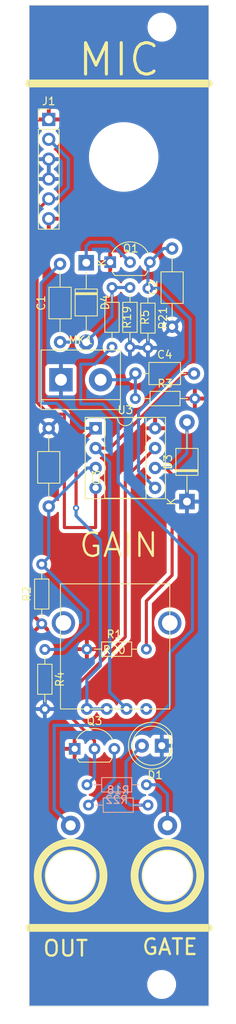
<source format=kicad_pcb>
(kicad_pcb (version 20221018) (generator pcbnew)
  (layers (0 "F.Cu" signal) (31 "B.Cu" signal) (34 "B.Paste" user) (35 "F.Paste" user) (36 "B.SilkS" user "B.Silkscreen") (37 "F.SilkS" user "F.Silkscreen") (38 "B.Mask" user) (39 "F.Mask" user) (44 "Edge.Cuts" user))
  (net 0 "")
  (net 1 "Net-(D4-A)")
  (net 2 "Net-(R1-A)")
  (net 3 "GND")
  (net 4 "Net-(Q1-E)")
  (net 5 "Net-(U3A-+)")
  (net 6 "Net-(MK1-+)")
  (net 7 "Net-(R1-E)")
  (net 8 "Net-(D1-A)")
  (net 9 "Net-(D3-A)")
  (net 10 "Net-(D4-K)")
  (net 11 "+12V")
  (net 12 "Net-(Q3-B)")
  (net 13 "Net-(Q3-E)")
  (net 14 "Net-(R19-Pad2)")
  (net 15 "Net-(R22-Pad2)")
  (net 16 "-12V")
  (footprint "LED_THT:LED_D5.0mm" (layer "F.Cu") (at 171.475 124.9 180)
    (fp_text reference "D1" (at 0.85 -3.76) (layer "F.SilkS"))
    (fp_text value "LED")
    (fp_line (start -1.29 -1.545) (end -1.29 1.545) (stroke (width 0.12)) (layer "F.SilkS"))
    (fp_arc (start -1.29 -1.54483) (mid 2.072002 -2.880433) (end 4.26 0.000462) (stroke (width 0.12)) (layer "F.SilkS"))
    (fp_arc (start 4.26 -0.000462) (mid 2.072002 2.880433) (end -1.29 1.54483) (stroke (width 0.12)) (layer "F.SilkS"))
    (fp_circle (center 1.27 0) (end 3.77 0) (stroke (width 0.12)) (fill none) (layer "F.SilkS"))
    (pad "1" thru_hole rect (at 0 0 180) (size 1.8 1.8) (drill 0.9) (layers "*.Cu" "*.Mask") (net 3 "GND"))
    (pad "2" thru_hole circle (at 2.54 0 180) (size 1.8 1.8) (drill 0.9) (layers "*.Cu" "*.Mask") (net 8 "Net-(D1-A)"))
  )
  (footprint "Diode_THT:D_T-1_P10.16mm_Horizontal" (layer "F.Cu") (at 174.7 93.68 90)
    (fp_text reference "D3" (at 5.08 -2.42 90) (layer "F.SilkS"))
    (fp_text value "D")
    (fp_text user "K" (at 0 -2 90) (layer "F.SilkS"))
    (fp_line (start 1.24 0) (end 3.36 0) (stroke (width 0.12)) (layer "F.SilkS"))
    (fp_line (start 3.36 -1.42) (end 3.36 1.42) (stroke (width 0.12)) (layer "F.SilkS"))
    (fp_line (start 3.36 1.42) (end 6.8 1.42) (stroke (width 0.12)) (layer "F.SilkS"))
    (fp_line (start 3.84 -1.42) (end 3.84 1.42) (stroke (width 0.12)) (layer "F.SilkS"))
    (fp_line (start 3.96 -1.42) (end 3.96 1.42) (stroke (width 0.12)) (layer "F.SilkS"))
    (fp_line (start 4.08 -1.42) (end 4.08 1.42) (stroke (width 0.12)) (layer "F.SilkS"))
    (fp_line (start 6.8 -1.42) (end 3.36 -1.42) (stroke (width 0.12)) (layer "F.SilkS"))
    (fp_line (start 6.8 1.42) (end 6.8 -1.42) (stroke (width 0.12)) (layer "F.SilkS"))
    (fp_line (start 8.92 0) (end 6.8 0) (stroke (width 0.12)) (layer "F.SilkS"))
    (pad "1" thru_hole rect (at 0 0 90) (size 2 2) (drill 1) (layers "*.Cu" "*.Mask") (net 3 "GND"))
    (pad "2" thru_hole oval (at 10.16 0 90) (size 2 2) (drill 1) (layers "*.Cu" "*.Mask") (net 9 "Net-(D3-A)"))
  )
  (footprint "Capacitor_THT:C_Axial_L3.8mm_D2.6mm_P7.50mm_Horizontal" (layer "F.Cu") (at 168.1 77.3)
    (fp_text reference "C4" (at 3.75 -2.42) (layer "F.SilkS"))
    (fp_text value "C")
    (fp_line (start 1.04 0) (end 1.73 0) (stroke (width 0.12)) (layer "F.SilkS"))
    (fp_line (start 1.73 -1.42) (end 1.73 1.42) (stroke (width 0.12)) (layer "F.SilkS"))
    (fp_line (start 1.73 1.42) (end 5.77 1.42) (stroke (width 0.12)) (layer "F.SilkS"))
    (fp_line (start 5.77 -1.42) (end 1.73 -1.42) (stroke (width 0.12)) (layer "F.SilkS"))
    (fp_line (start 5.77 1.42) (end 5.77 -1.42) (stroke (width 0.12)) (layer "F.SilkS"))
    (fp_line (start 6.46 0) (end 5.77 0) (stroke (width 0.12)) (layer "F.SilkS"))
    (pad "1" thru_hole circle (at 0 0) (size 1.6 1.6) (drill 0.8) (layers "*.Cu" "*.Mask") (net 6 "Net-(MK1-+)"))
    (pad "2" thru_hole oval (at 7.5 0) (size 1.6 1.6) (drill 0.8) (layers "*.Cu" "*.Mask") (net 7 "Net-(R1-E)"))
  )
  (footprint "Resistor_THT:R_Axial_DIN0204_L3.6mm_D1.6mm_P7.62mm_Horizontal" (layer "F.Cu") (at 165.1 66.3 -90)
    (fp_text reference "R19" (at 3.81 -1.92 90) (layer "F.SilkS"))
    (fp_text value "R")
    (fp_line (start 0.94 0) (end 1.89 0) (stroke (width 0.12)) (layer "F.SilkS"))
    (fp_line (start 1.89 -0.92) (end 1.89 0.92) (stroke (width 0.12)) (layer "F.SilkS"))
    (fp_line (start 1.89 0.92) (end 5.73 0.92) (stroke (width 0.12)) (layer "F.SilkS"))
    (fp_line (start 5.73 -0.92) (end 1.89 -0.92) (stroke (width 0.12)) (layer "F.SilkS"))
    (fp_line (start 5.73 0.92) (end 5.73 -0.92) (stroke (width 0.12)) (layer "F.SilkS"))
    (fp_line (start 6.68 0) (end 5.73 0) (stroke (width 0.12)) (layer "F.SilkS"))
    (pad "1" thru_hole circle (at 0 0 270) (size 1.4 1.4) (drill 0.7) (layers "*.Cu" "*.Mask") (net 1 "Net-(D4-A)"))
    (pad "2" thru_hole oval (at 7.62 0 270) (size 1.4 1.4) (drill 0.7) (layers "*.Cu" "*.Mask") (net 14 "Net-(R19-Pad2)"))
  )
  (footprint "Resistor_THT:R_Axial_DIN0204_L3.6mm_D1.6mm_P7.62mm_Horizontal" (layer "F.Cu") (at 168.09 80.5)
    (fp_text reference "R3" (at 3.81 -1.92) (layer "F.SilkS"))
    (fp_text value "R")
    (fp_line (start 0.94 0) (end 1.89 0) (stroke (width 0.12)) (layer "F.SilkS"))
    (fp_line (start 1.89 -0.92) (end 1.89 0.92) (stroke (width 0.12)) (layer "F.SilkS"))
    (fp_line (start 1.89 0.92) (end 5.73 0.92) (stroke (width 0.12)) (layer "F.SilkS"))
    (fp_line (start 5.73 -0.92) (end 1.89 -0.92) (stroke (width 0.12)) (layer "F.SilkS"))
    (fp_line (start 5.73 0.92) (end 5.73 -0.92) (stroke (width 0.12)) (layer "F.SilkS"))
    (fp_line (start 6.68 0) (end 5.73 0) (stroke (width 0.12)) (layer "F.SilkS"))
    (pad "1" thru_hole circle (at 0 0) (size 1.4 1.4) (drill 0.7) (layers "*.Cu" "*.Mask") (net 6 "Net-(MK1-+)"))
    (pad "2" thru_hole oval (at 7.62 0) (size 1.4 1.4) (drill 0.7) (layers "*.Cu" "*.Mask") (net 11 "+12V"))
  )
  (footprint "Library:aux_flush" (layer "F.Cu") (at 172.2 141.5 -90)
    (fp_text reference "U2" hide)
    (fp_text value "Aux_flush")
    (fp_circle (center 0 0) (end 3.2 0.1) (stroke (width 0.12)) (fill none) (layer "F.SilkS"))
    (fp_circle (center 0 0) (end 4.2 0.3) (stroke (width 1)) (fill none) (layer "F.SilkS"))
    (pad "" np_thru_hole circle (at 0 0 270) (size 6.1 6.1) (drill 6.1) (layers "F&B.Cu" "*.Mask"))
    (pad "1" thru_hole circle (at -6.4 0 270) (size 2.5 2.5) (drill 1.3) (layers "*.Cu" "*.Mask") (net 15 "Net-(R22-Pad2)"))
  )
  (footprint "Package_TO_SOT_THT:TO-92L_Inline_Wide" (layer "F.Cu") (at 160.32 125.3)
    (fp_text reference "Q3" (at 2.54 -3.56) (layer "F.SilkS"))
    (fp_text value "BC547")
    (fp_line (start 0.6 1.7) (end 4.45 1.7) (stroke (width 0.12)) (layer "F.SilkS"))
    (fp_arc (start 0.1836 -1.098807) (mid 1.143021 -2.192817) (end 2.54 -2.6) (stroke (width 0.12)) (layer "F.SilkS"))
    (fp_arc (start 0.6 1.7) (mid 0.389183 1.423933) (end 0.217369 1.122045) (stroke (width 0.12)) (layer "F.SilkS"))
    (fp_arc (start 2.54 -2.6) (mid 3.936979 -2.192818) (end 4.8964 -1.098807) (stroke (width 0.12)) (layer "F.SilkS"))
    (fp_arc (start 4.842383 1.112264) (mid 4.666594 1.419753) (end 4.45 1.7) (stroke (width 0.12)) (layer "F.SilkS"))
    (pad "1" thru_hole rect (at 0 0) (size 1.5 1.5) (drill 0.8) (layers "*.Cu" "*.Mask") (net 11 "+12V"))
    (pad "2" thru_hole circle (at 2.54 0) (size 1.5 1.5) (drill 0.8) (layers "*.Cu" "*.Mask") (net 12 "Net-(Q3-B)"))
    (pad "3" thru_hole circle (at 5.08 0) (size 1.5 1.5) (drill 0.8) (layers "*.Cu" "*.Mask") (net 13 "Net-(Q3-E)"))
  )
  (footprint "Package_DIP:DIP-8_W7.62mm_Socket" (layer "F.Cu") (at 163 84.3)
    (fp_text reference "U3" (at 3.81 -2.33) (layer "F.SilkS"))
    (fp_text value "TL072")
    (fp_line (start -1.33 -1.39) (end -1.33 9.01) (stroke (width 0.12)) (layer "F.SilkS"))
    (fp_line (start -1.33 9.01) (end 8.95 9.01) (stroke (width 0.12)) (layer "F.SilkS"))
    (fp_line (start 1.16 -1.33) (end 1.16 8.95) (stroke (width 0.12)) (layer "F.SilkS"))
    (fp_line (start 1.16 8.95) (end 6.46 8.95) (stroke (width 0.12)) (layer "F.SilkS"))
    (fp_line (start 2.81 -1.33) (end 1.16 -1.33) (stroke (width 0.12)) (layer "F.SilkS"))
    (fp_line (start 6.46 -1.33) (end 4.81 -1.33) (stroke (width 0.12)) (layer "F.SilkS"))
    (fp_line (start 6.46 8.95) (end 6.46 -1.33) (stroke (width 0.12)) (layer "F.SilkS"))
    (fp_line (start 8.95 -1.39) (end -1.33 -1.39) (stroke (width 0.12)) (layer "F.SilkS"))
    (fp_line (start 8.95 9.01) (end 8.95 -1.39) (stroke (width 0.12)) (layer "F.SilkS"))
    (fp_arc (start 4.81 -1.33) (mid 3.81 -0.33) (end 2.81 -1.33) (stroke (width 0.12)) (layer "F.SilkS"))
    (pad "1" thru_hole rect (at 0 0) (size 1.6 1.6) (drill 0.8) (layers "*.Cu" "*.Mask") (net 2 "Net-(R1-A)"))
    (pad "2" thru_hole oval (at 0 2.54) (size 1.6 1.6) (drill 0.8) (layers "*.Cu" "*.Mask") (net 7 "Net-(R1-E)"))
    (pad "3" thru_hole oval (at 0 5.08) (size 1.6 1.6) (drill 0.8) (layers "*.Cu" "*.Mask") (net 5 "Net-(U3A-+)"))
    (pad "4" thru_hole oval (at 0 7.62) (size 1.6 1.6) (drill 0.8) (layers "*.Cu" "*.Mask") (net 16 "-12V"))
    (pad "5" thru_hole oval (at 7.62 7.62) (size 1.6 1.6) (drill 0.8) (layers "*.Cu" "*.Mask") (net 4 "Net-(Q1-E)"))
    (pad "6" thru_hole oval (at 7.62 5.08) (size 1.6 1.6) (drill 0.8) (layers "*.Cu" "*.Mask") (net 9 "Net-(D3-A)"))
    (pad "7" thru_hole oval (at 7.62 2.54) (size 1.6 1.6) (drill 0.8) (layers "*.Cu" "*.Mask") (net 12 "Net-(Q3-B)"))
    (pad "8" thru_hole oval (at 7.62 0) (size 1.6 1.6) (drill 0.8) (layers "*.Cu" "*.Mask") (net 11 "+12V"))
  )
  (footprint "Library:AlpsPot" (layer "F.Cu") (at 161.88 120.2)
    (fp_text reference "R1" (at 3.51 -9.549 unlocked) (layer "F.SilkS"))
    (fp_text value "AlpsPot")
    (fp_rect (start -3.38 -16) (end 10.62 0) (stroke (width 0.12)) (fill none) (layer "F.SilkS"))
    (pad "1" thru_hole circle (at 0 0) (size 1.524 1.524) (drill 0.762) (layers "*.Cu" "*.Mask") (net 2 "Net-(R1-A)"))
    (pad "2" thru_hole circle (at 2.54 0) (size 1.524 1.524) (drill 0.762) (layers "*.Cu" "*.Mask") (net 2 "Net-(R1-A)"))
    (pad "3" thru_hole circle (at 5.08 0) (size 1.524 1.524) (drill 0.762) (layers "*.Cu" "*.Mask") (net 7 "Net-(R1-E)"))
    (pad "4" thru_hole circle (at 7.62 0) (size 1.524 1.524) (drill 0.762) (layers "*.Cu" "*.Mask"))
    (pad "5" thru_hole circle (at -3 -11) (size 3 3) (drill 2) (layers "*.Cu" "*.Mask"))
    (pad "6" thru_hole circle (at 10.62 -11) (size 3 3) (drill 2) (layers "*.Cu" "*.Mask"))
  )
  (footprint "Resistor_THT:R_Axial_DIN0204_L3.6mm_D1.6mm_P7.62mm_Horizontal" (layer "F.Cu") (at 156.1 109.31 90)
    (fp_text reference "R2" (at 3.81 -1.92 90) (layer "F.SilkS"))
    (fp_text value "R")
    (fp_line (start 0.94 0) (end 1.89 0) (stroke (width 0.12)) (layer "F.SilkS"))
    (fp_line (start 1.89 -0.92) (end 1.89 0.92) (stroke (width 0.12)) (layer "F.SilkS"))
    (fp_line (start 1.89 0.92) (end 5.73 0.92) (stroke (width 0.12)) (layer "F.SilkS"))
    (fp_line (start 5.73 -0.92) (end 1.89 -0.92) (stroke (width 0.12)) (layer "F.SilkS"))
    (fp_line (start 5.73 0.92) (end 5.73 -0.92) (stroke (width 0.12)) (layer "F.SilkS"))
    (fp_line (start 6.68 0) (end 5.73 0) (stroke (width 0.12)) (layer "F.SilkS"))
    (pad "1" thru_hole circle (at 0 0 90) (size 1.4 1.4) (drill 0.7) (layers "*.Cu" "*.Mask") (net 11 "+12V"))
    (pad "2" thru_hole oval (at 7.62 0 90) (size 1.4 1.4) (drill 0.7) (layers "*.Cu" "*.Mask") (net 5 "Net-(U3A-+)"))
  )
  (footprint "MountingHole:MountingHole_8.4mm_M8" (layer "F.Cu") (at 166.6 49.6)
    (fp_text reference "REF**" hide)
    (fp_text value "MountingHole_8.4mm_M8")
    (pad "" np_thru_hole circle (at 0 0) (size 8.4 8.4) (drill 8.4) (layers "*.Cu" "*.Mask"))
  )
  (footprint "Capacitor_THT:C_Axial_L3.8mm_D2.6mm_P10.00mm_Horizontal" (layer "F.Cu") (at 172.8 71.31 90)
    (fp_text reference "C2" (at 5 -2.42 90) (layer "F.SilkS"))
    (fp_text value "C")
    (fp_line (start 1.04 0) (end 2.98 0) (stroke (width 0.12)) (layer "F.SilkS"))
    (fp_line (start 2.98 -1.42) (end 2.98 1.42) (stroke (width 0.12)) (layer "F.SilkS"))
    (fp_line (start 2.98 1.42) (end 7.02 1.42) (stroke (width 0.12)) (layer "F.SilkS"))
    (fp_line (start 7.02 -1.42) (end 2.98 -1.42) (stroke (width 0.12)) (layer "F.SilkS"))
    (fp_line (start 7.02 1.42) (end 7.02 -1.42) (stroke (width 0.12)) (layer "F.SilkS"))
    (fp_line (start 8.96 0) (end 7.02 0) (stroke (width 0.12)) (layer "F.SilkS"))
    (pad "1" thru_hole circle (at 0 0 90) (size 1.6 1.6) (drill 0.8) (layers "*.Cu" "*.Mask") (net 3 "GND"))
    (pad "2" thru_hole oval (at 10 0 90) (size 1.6 1.6) (drill 0.8) (layers "*.Cu" "*.Mask") (net 4 "Net-(Q1-E)"))
  )
  (footprint "Package_TO_SOT_THT:TO-92L_Inline_Wide" (layer "F.Cu") (at 164.87 63.06)
    (fp_text reference "Q1" (at 2.63 -1.76) (layer "F.SilkS"))
    (fp_text value "BC547")
    (fp_line (start 0.6 1.7) (end 4.45 1.7) (stroke (width 0.12)) (layer "F.SilkS"))
    (fp_arc (start 0.1836 -1.098807) (mid 1.143021 -2.192817) (end 2.54 -2.6) (stroke (width 0.12)) (layer "F.SilkS"))
    (fp_arc (start 0.6 1.7) (mid 0.389183 1.423933) (end 0.217369 1.122045) (stroke (width 0.12)) (layer "F.SilkS"))
    (fp_arc (start 2.54 -2.6) (mid 3.936979 -2.192818) (end 4.8964 -1.098807) (stroke (width 0.12)) (layer "F.SilkS"))
    (fp_arc (start 4.842383 1.112264) (mid 4.666594 1.419753) (end 4.45 1.7) (stroke (width 0.12)) (layer "F.SilkS"))
    (pad "1" thru_hole rect (at 0 0) (size 1.5 1.5) (drill 0.8) (layers "*.Cu" "*.Mask") (net 11 "+12V"))
    (pad "2" thru_hole circle (at 2.54 0) (size 1.5 1.5) (drill 0.8) (layers "*.Cu" "*.Mask") (net 10 "Net-(D4-K)"))
    (pad "3" thru_hole circle (at 5.08 0) (size 1.5 1.5) (drill 0.8) (layers "*.Cu" "*.Mask") (net 4 "Net-(Q1-E)"))
  )
  (footprint "Resistor_THT:R_Axial_DIN0204_L3.6mm_D1.6mm_P7.62mm_Horizontal" (layer "F.Cu") (at 167.4 66.3 -90)
    (fp_text reference "R5" (at 3.81 -1.92 90) (layer "F.SilkS"))
    (fp_text value "R")
    (fp_line (start 0.94 0) (end 1.89 0) (stroke (width 0.12)) (layer "F.SilkS"))
    (fp_line (start 1.89 -0.92) (end 1.89 0.92) (stroke (width 0.12)) (layer "F.SilkS"))
    (fp_line (start 1.89 0.92) (end 5.73 0.92) (stroke (width 0.12)) (layer "F.SilkS"))
    (fp_line (start 5.73 -0.92) (end 1.89 -0.92) (stroke (width 0.12)) (layer "F.SilkS"))
    (fp_line (start 5.73 0.92) (end 5.73 -0.92) (stroke (width 0.12)) (layer "F.SilkS"))
    (fp_line (start 6.68 0) (end 5.73 0) (stroke (width 0.12)) (layer "F.SilkS"))
    (pad "1" thru_hole circle (at 0 0 270) (size 1.4 1.4) (drill 0.7) (layers "*.Cu" "*.Mask") (net 1 "Net-(D4-A)"))
    (pad "2" thru_hole oval (at 7.62 0 270) (size 1.4 1.4) (drill 0.7) (layers "*.Cu" "*.Mask") (net 3 "GND"))
  )
  (footprint "Resistor_THT:R_Axial_DIN0204_L3.6mm_D1.6mm_P7.62mm_Horizontal" (layer "F.Cu") (at 156.5 112.59 -90)
    (fp_text reference "R4" (at 3.81 -1.92 90) (layer "F.SilkS"))
    (fp_text value "R")
    (fp_line (start 0.94 0) (end 1.89 0) (stroke (width 0.12)) (layer "F.SilkS"))
    (fp_line (start 1.89 -0.92) (end 1.89 0.92) (stroke (width 0.12)) (layer "F.SilkS"))
    (fp_line (start 1.89 0.92) (end 5.73 0.92) (stroke (width 0.12)) (layer "F.SilkS"))
    (fp_line (start 5.73 -0.92) (end 1.89 -0.92) (stroke (width 0.12)) (layer "F.SilkS"))
    (fp_line (start 5.73 0.92) (end 5.73 -0.92) (stroke (width 0.12)) (layer "F.SilkS"))
    (fp_line (start 6.68 0) (end 5.73 0) (stroke (width 0.12)) (layer "F.SilkS"))
    (pad "1" thru_hole circle (at 0 0 270) (size 1.4 1.4) (drill 0.7) (layers "*.Cu" "*.Mask") (net 5 "Net-(U3A-+)"))
    (pad "2" thru_hole oval (at 7.62 0 270) (size 1.4 1.4) (drill 0.7) (layers "*.Cu" "*.Mask") (net 3 "GND"))
  )
  (footprint "TerminalBlock:TerminalBlock_bornier-2_P5.08mm" (layer "F.Cu") (at 158.56 78.1)
    (fp_text reference "MK1" (at 2.54 -5.08) (layer "F.SilkS"))
    (fp_text value "Microphone")
    (fp_line (start -2.54 -3.81) (end -2.54 3.81) (stroke (width 0.12)) (layer "F.SilkS"))
    (fp_line (start -2.54 3.81) (end 7.62 3.81) (stroke (width 0.12)) (layer "F.SilkS"))
    (fp_line (start 7.62 -3.81) (end -2.54 -3.81) (stroke (width 0.12)) (layer "F.SilkS"))
    (fp_line (start 7.62 2.54) (end -2.54 2.54) (stroke (width 0.12)) (layer "F.SilkS"))
    (fp_line (start 7.62 3.81) (end 7.62 -3.81) (stroke (width 0.12)) (layer "F.SilkS"))
    (pad "1" thru_hole rect (at 0 0) (size 3 3) (drill 1.52) (layers "*.Cu" "*.Mask") (net 3 "GND"))
    (pad "2" thru_hole circle (at 5.08 0) (size 3 3) (drill 1.52) (layers "*.Cu" "*.Mask") (net 6 "Net-(MK1-+)"))
  )
  (footprint "Diode_THT:D_T-1_P10.16mm_Horizontal" (layer "F.Cu") (at 161.8 63.13 -90)
    (fp_text reference "D4" (at 5.08 -2.42 90) (layer "F.SilkS"))
    (fp_text value "D")
    (fp_text user "K" (at 0 -2 90) (layer "F.SilkS"))
    (fp_line (start 1.24 0) (end 3.36 0) (stroke (width 0.12)) (layer "F.SilkS"))
    (fp_line (start 3.36 -1.42) (end 3.36 1.42) (stroke (width 0.12)) (layer "F.SilkS"))
    (fp_line (start 3.36 1.42) (end 6.8 1.42) (stroke (width 0.12)) (layer "F.SilkS"))
    (fp_line (start 3.84 -1.42) (end 3.84 1.42) (stroke (width 0.12)) (layer "F.SilkS"))
    (fp_line (start 3.96 -1.42) (end 3.96 1.42) (stroke (width 0.12)) (layer "F.SilkS"))
    (fp_line (start 4.08 -1.42) (end 4.08 1.42) (stroke (width 0.12)) (layer "F.SilkS"))
    (fp_line (start 6.8 -1.42) (end 3.36 -1.42) (stroke (width 0.12)) (layer "F.SilkS"))
    (fp_line (start 6.8 1.42) (end 6.8 -1.42) (stroke (width 0.12)) (layer "F.SilkS"))
    (fp_line (start 8.92 0) (end 6.8 0) (stroke (width 0.12)) (layer "F.SilkS"))
    (pad "1" thru_hole rect (at 0 0 270) (size 2 2) (drill 1) (layers "*.Cu" "*.Mask") (net 10 "Net-(D4-K)"))
    (pad "2" thru_hole oval (at 10.16 0 270) (size 2 2) (drill 1) (layers "*.Cu" "*.Mask") (net 1 "Net-(D4-A)"))
  )
  (footprint "Library:aux_flush" (layer "F.Cu") (at 159.8 141.5 -90)
    (fp_text reference "U1" hide)
    (fp_text value "Aux_flush")
    (fp_circle (center 0 0) (end 3.2 0.1) (stroke (width 0.12)) (fill none) (layer "F.SilkS"))
    (fp_circle (center 0 0) (end 4.2 0.3) (stroke (width 1)) (fill none) (layer "F.SilkS"))
    (pad "" np_thru_hole circle (at 0 0 270) (size 6.1 6.1) (drill 6.1) (layers "F&B.Cu" "*.Mask"))
    (pad "1" thru_hole circle (at -6.4 0 270) (size 2.5 2.5) (drill 1.3) (layers "*.Cu" "*.Mask") (net 14 "Net-(R19-Pad2)"))
  )
  (footprint "Resistor_THT:R_Axial_DIN0204_L3.6mm_D1.6mm_P7.62mm_Horizontal" (layer "F.Cu") (at 169.5 112.551 180)
    (fp_text reference "R20" (at 4.11 -0.1) (layer "F.SilkS"))
    (fp_text value "R")
    (fp_line (start 0.94 0) (end 1.89 0) (stroke (width 0.12)) (layer "F.SilkS"))
    (fp_line (start 1.89 -0.92) (end 1.89 0.92) (stroke (width 0.12)) (layer "F.SilkS"))
    (fp_line (start 1.89 0.92) (end 5.73 0.92) (stroke (width 0.12)) (layer "F.SilkS"))
    (fp_line (start 5.73 -0.92) (end 1.89 -0.92) (stroke (width 0.12)) (layer "F.SilkS"))
    (fp_line (start 5.73 0.92) (end 5.73 -0.92) (stroke (width 0.12)) (layer "F.SilkS"))
    (fp_line (start 6.68 0) (end 5.73 0) (stroke (width 0.12)) (layer "F.SilkS"))
    (pad "1" thru_hole circle (at 0 0 180) (size 1.4 1.4) (drill 0.7) (layers "*.Cu" "*.Mask") (net 9 "Net-(D3-A)"))
    (pad "2" thru_hole oval (at 7.62 0 180) (size 1.4 1.4) (drill 0.7) (layers "*.Cu" "*.Mask") (net 11 "+12V"))
  )
  (footprint "MountingHole:MountingHole_3.2mm_M3" (layer "F.Cu") (at 171.46 155.44)
    (fp_text reference "REF**" hide)
    (fp_text value "MountingHole_3.2mm_M3")
    (pad "" np_thru_hole circle (at 0 0) (size 3.2 3.2) (drill 3.2) (layers "F&B.Cu" "*.Mask"))
  )
  (footprint "Capacitor_THT:C_Axial_L3.8mm_D2.6mm_P10.00mm_Horizontal" (layer "F.Cu") (at 158.45 73.28 90)
    (fp_text reference "C1" (at 5 -2.42 90) (layer "F.SilkS"))
    (fp_text value "C")
    (fp_line (start 1.04 0) (end 2.98 0) (stroke (width 0.12)) (layer "F.SilkS"))
    (fp_line (start 2.98 -1.42) (end 2.98 1.42) (stroke (width 0.12)) (layer "F.SilkS"))
    (fp_line (start 2.98 1.42) (end 7.02 1.42) (stroke (width 0.12)) (layer "F.SilkS"))
    (fp_line (start 7.02 -1.42) (end 2.98 -1.42) (stroke (width 0.12)) (layer "F.SilkS"))
    (fp_line (start 7.02 1.42) (end 7.02 -1.42) (stroke (width 0.12)) (layer "F.SilkS"))
    (fp_line (start 8.96 0) (end 7.02 0) (stroke (width 0.12)) (layer "F.SilkS"))
    (pad "1" thru_hole circle (at 0 0 90) (size 1.6 1.6) (drill 0.8) (layers "*.Cu" "*.Mask") (net 1 "Net-(D4-A)"))
    (pad "2" thru_hole oval (at 10 0 90) (size 1.6 1.6) (drill 0.8) (layers "*.Cu" "*.Mask") (net 2 "Net-(R1-A)"))
  )
  (footprint "Capacitor_THT:C_Axial_L3.8mm_D2.6mm_P10.00mm_Horizontal" (layer "F.Cu") (at 157 84.3 -90)
    (fp_text reference "C3" (at 6.3 -6.12 90) (layer "F.SilkS"))
    (fp_text value "C")
    (fp_line (start 1.04 0) (end 2.98 0) (stroke (width 0.12)) (layer "F.SilkS"))
    (fp_line (start 2.98 -1.42) (end 2.98 1.42) (stroke (width 0.12)) (layer "F.SilkS"))
    (fp_line (start 2.98 1.42) (end 7.02 1.42) (stroke (width 0.12)) (layer "F.SilkS"))
    (fp_line (start 7.02 -1.42) (end 2.98 -1.42) (stroke (width 0.12)) (layer "F.SilkS"))
    (fp_line (start 7.02 1.42) (end 7.02 -1.42) (stroke (width 0.12)) (layer "F.SilkS"))
    (fp_line (start 8.96 0) (end 7.02 0) (stroke (width 0.12)) (layer "F.SilkS"))
    (pad "1" thru_hole circle (at 0 0 270) (size 1.6 1.6) (drill 0.8) (layers "*.Cu" "*.Mask") (net 3 "GND"))
    (pad "2" thru_hole oval (at 10 0 270) (size 1.6 1.6) (drill 0.8) (layers "*.Cu" "*.Mask") (net 5 "Net-(U3A-+)"))
  )
  (footprint "Resistor_THT:R_Axial_DIN0204_L3.6mm_D1.6mm_P7.62mm_Horizontal" (layer "F.Cu") (at 169.7 66.4 -90)
    (fp_text reference "R21" (at 3.81 -1.92 90) (layer "F.SilkS"))
    (fp_text value "R")
    (fp_line (start 0.94 0) (end 1.89 0) (stroke (width 0.12)) (layer "F.SilkS"))
    (fp_line (start 1.89 -0.92) (end 1.89 0.92) (stroke (width 0.12)) (layer "F.SilkS"))
    (fp_line (start 1.89 0.92) (end 5.73 0.92) (stroke (width 0.12)) (layer "F.SilkS"))
    (fp_line (start 5.73 -0.92) (end 1.89 -0.92) (stroke (width 0.12)) (layer "F.SilkS"))
    (fp_line (start 5.73 0.92) (end 5.73 -0.92) (stroke (width 0.12)) (layer "F.SilkS"))
    (fp_line (start 6.68 0) (end 5.73 0) (stroke (width 0.12)) (layer "F.SilkS"))
    (pad "1" thru_hole circle (at 0 0 270) (size 1.4 1.4) (drill 0.7) (layers "*.Cu" "*.Mask") (net 4 "Net-(Q1-E)"))
    (pad "2" thru_hole oval (at 7.62 0 270) (size 1.4 1.4) (drill 0.7) (layers "*.Cu" "*.Mask") (net 3 "GND"))
  )
  (footprint "Connector_PinHeader_2.54mm:PinHeader_1x06_P2.54mm_Vertical" (layer "F.Cu") (at 157 44.8)
    (fp_text reference "J1" (at 0 -2.33) (layer "F.SilkS"))
    (fp_text value "Conn_01x06_Pin")
    (fp_line (start -1.33 -1.33) (end 0 -1.33) (stroke (width 0.12)) (layer "F.SilkS"))
    (fp_line (start -1.33 0) (end -1.33 -1.33) (stroke (width 0.12)) (layer "F.SilkS"))
    (fp_line (start -1.33 1.27) (end -1.33 14.03) (stroke (width 0.12)) (layer "F.SilkS"))
    (fp_line (start -1.33 1.27) (end 1.33 1.27) (stroke (width 0.12)) (layer "F.SilkS"))
    (fp_line (start -1.33 14.03) (end 1.33 14.03) (stroke (width 0.12)) (layer "F.SilkS"))
    (fp_line (start 1.33 1.27) (end 1.33 14.03) (stroke (width 0.12)) (layer "F.SilkS"))
    (pad "1" thru_hole rect (at 0 0) (size 1.7 1.7) (drill 1) (layers "*.Cu" "*.Mask") (net 11 "+12V"))
    (pad "2" thru_hole oval (at 0 2.54) (size 1.7 1.7) (drill 1) (layers "*.Cu" "*.Mask") (net 16 "-12V"))
    (pad "3" thru_hole oval (at 0 5.08) (size 1.7 1.7) (drill 1) (layers "*.Cu" "*.Mask") (net 3 "GND"))
    (pad "4" thru_hole oval (at 0 7.62) (size 1.7 1.7) (drill 1) (layers "*.Cu" "*.Mask") (net 3 "GND"))
    (pad "5" thru_hole oval (at 0 10.16) (size 1.7 1.7) (drill 1) (layers "*.Cu" "*.Mask") (net 16 "-12V"))
    (pad "6" thru_hole oval (at 0 12.7) (size 1.7 1.7) (drill 1) (layers "*.Cu" "*.Mask") (net 11 "+12V"))
  )
  (footprint "MountingHole:MountingHole_3.2mm_M3" (layer "F.Cu") (at 171.5 33)
    (fp_text reference "REF**" hide)
    (fp_text value "MountingHole_3.2mm_M3")
    (pad "" np_thru_hole circle (at 0 0) (size 3.2 3.2) (drill 3.2) (layers "*.Cu" "*.Mask"))
  )
  (footprint "Resistor_THT:R_Axial_DIN0204_L3.6mm_D1.6mm_P7.62mm_Horizontal" (layer "B.Cu") (at 161.89 129.9)
    (fp_text reference "R22" (at 3.81 1.92) (layer "B.SilkS") (effects (justify mirror)))
    (fp_text value "R")
    (fp_line (start 0.94 0) (end 1.89 0) (stroke (width 0.12)) (layer "B.SilkS"))
    (fp_line (start 1.89 -0.92) (end 5.73 -0.92) (stroke (width 0.12)) (layer "B.SilkS"))
    (fp_line (start 1.89 0.92) (end 1.89 -0.92) (stroke (width 0.12)) (layer "B.SilkS"))
    (fp_line (start 5.73 -0.92) (end 5.73 0.92) (stroke (width 0.12)) (layer "B.SilkS"))
    (fp_line (start 5.73 0.92) (end 1.89 0.92) (stroke (width 0.12)) (layer "B.SilkS"))
    (fp_line (start 6.68 0) (end 5.73 0) (stroke (width 0.12)) (layer "B.SilkS"))
    (pad "1" thru_hole circle (at 0 0) (size 1.4 1.4) (drill 0.7) (layers "*.Cu" "*.Mask") (net 12 "Net-(Q3-B)"))
    (pad "2" thru_hole oval (at 7.62 0) (size 1.4 1.4) (drill 0.7) (layers "*.Cu" "*.Mask") (net 15 "Net-(R22-Pad2)"))
  )
  (footprint "Resistor_THT:R_Axial_DIN0204_L3.6mm_D1.6mm_P7.62mm_Horizontal" (layer "B.Cu") (at 169.71 132.5 180)
    (fp_text reference "R18" (at 3.81 1.92) (layer "B.SilkS") (effects (justify mirror)))
    (fp_text value "R")
    (fp_line (start 0.94 0) (end 1.89 0) (stroke (width 0.12)) (layer "B.SilkS"))
    (fp_line (start 1.89 -0.92) (end 5.73 -0.92) (stroke (width 0.12)) (layer "B.SilkS"))
    (fp_line (start 1.89 0.92) (end 1.89 -0.92) (stroke (width 0.12)) (layer "B.SilkS"))
    (fp_line (start 5.73 -0.92) (end 5.73 0.92) (stroke (width 0.12)) (layer "B.SilkS"))
    (fp_line (start 5.73 0.92) (end 1.89 0.92) (stroke (width 0.12)) (layer "B.SilkS"))
    (fp_line (start 6.68 0) (end 5.73 0) (stroke (width 0.12)) (layer "B.SilkS"))
    (pad "1" thru_hole circle (at 0 0 180) (size 1.4 1.4) (drill 0.7) (layers "*.Cu" "*.Mask") (net 8 "Net-(D1-A)"))
    (pad "2" thru_hole oval (at 7.62 0 180) (size 1.4 1.4) (drill 0.7) (layers "*.Cu" "*.Mask") (net 13 "Net-(Q3-E)"))
  )
  (gr_line (start 177.5 148.2) (end 154.5 148.2) (stroke (width 1)) (layer "F.SilkS"))
  (gr_line (start 154.5 40.2) (end 177.5 40.2) (stroke (width 1)) (layer "F.SilkS"))
  (gr_rect (start 154.5 30.2) (end 177.5 158.2) (stroke (width 0.1)) (fill none) (layer "Edge.Cuts"))
  (gr_text "OUT" (at 156.1 152) (layer "F.SilkS") (effects (font (size 2 2) (thickness 0.3) bold) (justify left bottom)))
  (gr_text "MIC" (at 160.5 39.5) (layer "F.SilkS") (effects (font (size 4 4) (thickness 0.4) bold) (justify left bottom)))
  (gr_text "GAIN" (at 160.7 101) (layer "F.SilkS") (effects (font (size 3 3) (thickness 0.3)) (justify left bottom)))
  (gr_text "GATE" (at 168.8 151.8) (layer "F.SilkS") (effects (font (size 2 2) (thickness 0.3) bold) (justify left bottom)))
  (segment (start 165.1 66.3) (end 167.4 66.3) (width 0.4) (layer "B.Cu") (net 1))
  (segment (start 165.1 69.99) (end 165.1 66.3) (width 0.4) (layer "B.Cu") (net 1))
  (segment (start 158.45 73.28) (end 161.79 73.28) (width 0.4) (layer "B.Cu") (net 1))
  (segment (start 161.79 73.28) (end 161.8 73.29) (width 0.4) (layer "B.Cu") (net 1))
  (segment (start 161.8 73.29) (end 165.1 69.99) (width 0.4) (layer "B.Cu") (net 1))
  (segment (start 160.5 94.5) (end 160.5 86.8) (width 0.4) (layer "F.Cu") (net 2))
  (segment (start 160.5 86.8) (end 163 84.3) (width 0.4) (layer "F.Cu") (net 2))
  (via (at 160.5 94.5) (size 0.8) (drill 0.4) (layers "F.Cu" "B.Cu") (net 2))
  (segment (start 160.5 94.5) (end 160.5 95.5) (width 0.4) (layer "B.Cu") (net 2))
  (segment (start 161.2 84.3) (end 158 81.1) (width 0.4) (layer "B.Cu") (net 2))
  (segment (start 163.6 98.6) (end 163.6 114.7) (width 0.4) (layer "B.Cu") (net 2))
  (segment (start 158.45 63.28) (end 156 65.73) (width 0.4) (layer "B.Cu") (net 2))
  (segment (start 161.88 120.2) (end 164.42 120.2) (width 0.4) (layer "B.Cu") (net 2))
  (segment (start 163.6 114.7) (end 161.88 116.42) (width 0.4) (layer "B.Cu") (net 2))
  (segment (start 160.5 95.5) (end 163.6 98.6) (width 0.4) (layer "B.Cu") (net 2))
  (segment (start 156 65.73) (end 156 75.1) (width 0.4) (layer "B.Cu") (net 2))
  (segment (start 161.88 116.42) (end 161.88 120.2) (width 0.4) (layer "B.Cu") (net 2))
  (segment (start 163 84.3) (end 161.2 84.3) (width 0.4) (layer "B.Cu") (net 2))
  (segment (start 158 81.1) (end 156 81.1) (width 0.4) (layer "B.Cu") (net 2))
  (segment (start 156 75.1) (end 156 81.1) (width 0.4) (layer "B.Cu") (net 2))
  (segment (start 169.7 63.31) (end 169.95 63.06) (width 0.4) (layer "B.Cu") (net 4))
  (segment (start 171.7 61.31) (end 169.95 63.06) (width 0.4) (layer "B.Cu") (net 4))
  (segment (start 169.7 66.4) (end 171.2 66.4) (width 0.4) (layer "B.Cu") (net 4))
  (segment (start 169.7 66.4) (end 169.7 63.31) (width 0.4) (layer "B.Cu") (net 4))
  (segment (start 172.8 61.31) (end 171.7 61.31) (width 0.4) (layer "B.Cu") (net 4))
  (segment (start 168.5 82.2) (end 168.5 89.8) (width 0.4) (layer "B.Cu") (net 4))
  (segment (start 175.1 70.3) (end 175.1 75.6) (width 0.4) (layer "B.Cu") (net 4))
  (segment (start 171.2 66.4) (end 175.1 70.3) (width 0.4) (layer "B.Cu") (net 4))
  (segment (start 175.1 75.6) (end 168.5 82.2) (width 0.4) (layer "B.Cu") (net 4))
  (segment (start 168.5 89.8) (end 170.62 91.92) (width 0.4) (layer "B.Cu") (net 4))
  (segment (start 158.81 112.59) (end 162 109.4) (width 0.4) (layer "B.Cu") (net 5))
  (segment (start 156.1 101.69) (end 157 100.79) (width 0.4) (layer "B.Cu") (net 5))
  (segment (start 156.5 112.59) (end 158.81 112.59) (width 0.4) (layer "B.Cu") (net 5))
  (segment (start 157 100.79) (end 157 94.3) (width 0.4) (layer "B.Cu") (net 5))
  (segment (start 161.92 89.38) (end 157 94.3) (width 0.4) (layer "B.Cu") (net 5))
  (segment (start 162 109.4) (end 162 107.59) (width 0.4) (layer "B.Cu") (net 5))
  (segment (start 163 89.38) (end 161.92 89.38) (width 0.4) (layer "B.Cu") (net 5))
  (segment (start 162 107.59) (end 156.1 101.69) (width 0.4) (layer "B.Cu") (net 5))
  (segment (start 163.64 78.1) (end 167.3 78.1) (width 0.4) (layer "B.Cu") (net 6))
  (segment (start 168.09 77.31) (end 168.1 77.3) (width 0.4) (layer "B.Cu") (net 6))
  (segment (start 167.3 78.1) (end 168.1 77.3) (width 0.4) (layer "B.Cu") (net 6))
  (segment (start 168.09 80.5) (end 168.09 77.31) (width 0.4) (layer "B.Cu") (net 6))
  (segment (start 174.4 77.3) (end 164.86 86.84) (width 0.4) (layer "F.Cu") (net 7))
  (segment (start 164.86 86.84) (end 163 86.84) (width 0.4) (layer "F.Cu") (net 7))
  (segment (start 175.6 77.3) (end 174.4 77.3) (width 0.4) (layer "F.Cu") (net 7))
  (segment (start 166.96 120.2) (end 164.8 118.04) (width 0.4) (layer "B.Cu") (net 7))
  (segment (start 164.8 118.04) (end 164.8 88.64) (width 0.4) (layer "B.Cu") (net 7))
  (segment (start 164.8 88.64) (end 163 86.84) (width 0.4) (layer "B.Cu") (net 7))
  (segment (start 167.4 132.5) (end 166.9 132) (width 0.4) (layer "B.Cu") (net 8))
  (segment (start 169.71 132.5) (end 167.4 132.5) (width 0.4) (layer "B.Cu") (net 8))
  (segment (start 166.9 132) (end 166.9 126.935) (width 0.4) (layer "B.Cu") (net 8))
  (segment (start 166.9 126.935) (end 168.935 124.9) (width 0.4) (layer "B.Cu") (net 8))
  (segment (start 171.98 89.38) (end 172.8 90.2) (width 0.4) (layer "F.Cu") (net 9))
  (segment (start 169.5 106.4) (end 169.5 112.551) (width 0.4) (layer "F.Cu") (net 9))
  (segment (start 170.62 89.38) (end 171.98 89.38) (width 0.4) (layer "F.Cu") (net 9))
  (segment (start 172.8 103.1) (end 169.5 106.4) (width 0.4) (layer "F.Cu") (net 9))
  (segment (start 172.8 90.2) (end 172.8 103.1) (width 0.4) (layer "F.Cu") (net 9))
  (segment (start 174.7 87.5) (end 174.7 83.52) (width 0.4) (layer "B.Cu") (net 9))
  (segment (start 170.62 89.38) (end 172.82 89.38) (width 0.4) (layer "B.Cu") (net 9))
  (segment (start 172.82 89.38) (end 174.7 87.5) (width 0.4) (layer "B.Cu") (net 9))
  (segment (start 161.8 61) (end 162.3 60.5) (width 0.4) (layer "B.Cu") (net 10))
  (segment (start 164.85 60.5) (end 167.41 63.06) (width 0.4) (layer "B.Cu") (net 10))
  (segment (start 161.8 63.13) (end 161.8 61) (width 0.4) (layer "B.Cu") (net 10))
  (segment (start 162.3 60.5) (end 164.85 60.5) (width 0.4) (layer "B.Cu") (net 10))
  (segment (start 162.86 125.3) (end 162.86 124.26) (width 0.4) (layer "F.Cu") (net 12))
  (segment (start 166.8 111) (end 166.8 90.5) (width 0.4) (layer "F.Cu") (net 12))
  (segment (start 159.3 118.5) (end 166.8 111) (width 0.4) (layer "F.Cu") (net 12))
  (segment (start 162.86 124.26) (end 159.3 120.7) (width 0.4) (layer "F.Cu") (net 12))
  (segment (start 166.8 90.5) (end 166.96 90.5) (width 0.4) (layer "F.Cu") (net 12))
  (segment (start 159.3 120.7) (end 159.3 118.5) (width 0.4) (layer "F.Cu") (net 12))
  (segment (start 166.96 90.5) (end 170.62 86.84) (width 0.4) (layer "F.Cu") (net 12))
  (segment (start 162.86 128.93) (end 162.86 125.3) (width 0.4) (layer "B.Cu") (net 12))
  (segment (start 161.89 129.9) (end 162.86 128.93) (width 0.4) (layer "B.Cu") (net 12))
  (segment (start 165.4 125.3) (end 165.4 129.19) (width 0.4) (layer "B.Cu") (net 13))
  (segment (start 165.4 129.19) (end 162.09 132.5) (width 0.4) (layer "B.Cu") (net 13))
  (segment (start 161.1 81.2) (end 161.1 76.1) (width 0.4) (layer "B.Cu") (net 14))
  (segment (start 169.8 122.3) (end 172.5 119.6) (width 0.4) (layer "B.Cu") (net 14))
  (segment (start 175.4 110.1) (end 175.4 100.7) (width 0.4) (layer "B.Cu") (net 14))
  (segment (start 161.1 76.1) (end 162.92 76.1) (width 0.4) (layer "B.Cu") (net 14))
  (segment (start 162.92 76.1) (end 165.1 73.92) (width 0.4) (layer "B.Cu") (net 14))
  (segment (start 165.9 83.2) (end 163.9 81.2) (width 0.4) (layer "B.Cu") (net 14))
  (segment (start 159.8 135.1) (end 157.7 133) (width 0.4) (layer "B.Cu") (net 14))
  (segment (start 172.5 113) (end 175.4 110.1) (width 0.4) (layer "B.Cu") (net 14))
  (segment (start 157.7 133) (end 157.7 122.3) (width 0.4) (layer "B.Cu") (net 14))
  (segment (start 175.4 100.7) (end 165.9 91.2) (width 0.4) (layer "B.Cu") (net 14))
  (segment (start 163.9 81.2) (end 161.1 81.2) (width 0.4) (layer "B.Cu") (net 14))
  (segment (start 172.5 119.6) (end 172.5 113) (width 0.4) (layer "B.Cu") (net 14))
  (segment (start 165.9 91.2) (end 165.9 83.2) (width 0.4) (layer "B.Cu") (net 14))
  (segment (start 157.7 122.3) (end 169.8 122.3) (width 0.4) (layer "B.Cu") (net 14))
  (segment (start 172.2 131.1) (end 172.2 135.1) (width 0.4) (layer "B.Cu") (net 15))
  (segment (start 169.51 129.9) (end 171 129.9) (width 0.4) (layer "B.Cu") (net 15))
  (segment (start 171 129.9) (end 172.2 131.1) (width 0.4) (layer "B.Cu") (net 15))
  (segment (start 157 54.96) (end 155.5 56.46) (width 0.4) (layer "F.Cu") (net 16))
  (segment (start 159 82.5) (end 159 97) (width 0.4) (layer "F.Cu") (net 16))
  (segment (start 159 97) (end 163 97) (width 0.4) (layer "F.Cu") (net 16))
  (segment (start 155.5 81) (end 157 82.5) (width 0.4) (layer "F.Cu") (net 16))
  (segment (start 163 97) (end 163 91.92) (width 0.4) (layer "F.Cu") (net 16))
  (segment (start 155.5 56.46) (end 155.5 81) (width 0.4) (layer "F.Cu") (net 16))
  (segment (start 157 82.5) (end 159 82.5) (width 0.4) (layer "F.Cu") (net 16))
  (segment (start 159.5 49.84) (end 157 47.34) (width 0.4) (layer "B.Cu") (net 16))
  (segment (start 158.04 54.96) (end 159.5 53.5) (width 0.4) (layer "B.Cu") (net 16))
  (segment (start 159.5 53.5) (end 159.5 49.84) (width 0.4) (layer "B.Cu") (net 16))
  (segment (start 157 54.96) (end 158.04 54.96) (width 0.4) (layer "B.Cu") (net 16))
  (zone (net 11) (net_name "+12V") (layer "F.Cu") (connect_pads (clearance 0.5)) (min_thickness 0.25) (fill yes (thermal_gap 0.5) (thermal_bridge_width 0.5))
    (polygon (pts (xy 154.5 30.2) (xy 177.5 30.2) (xy 177.5 158.2) (xy 154.5 158.2)))
  )
  (zone (net 3) (net_name "GND") (layer "B.Cu") (connect_pads (clearance 0.5)) (min_thickness 0.25) (fill yes (thermal_gap 0.5) (thermal_bridge_width 0.5))
    (polygon (pts (xy 154.5 30.2) (xy 177.5 30.2) (xy 177.5 158.2) (xy 154.5 158.2)))
  )
)
</source>
